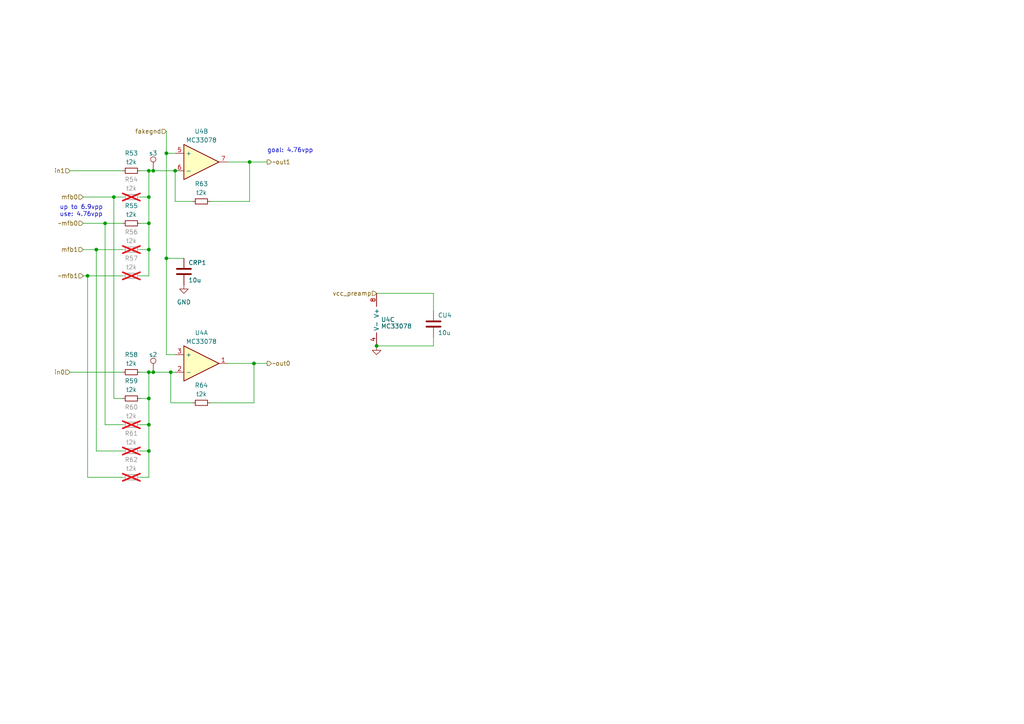
<source format=kicad_sch>
(kicad_sch (version 20231120) (generator "eeschema") (generator_version "8.0")
  (paper "A4")
  (lib_symbols
    (symbol "Connector:TestPoint" (pin_numbers hide) (pin_names (offset 0.762) hide)
      (property "Reference" "TP" (at 0 6.858 0))
      (property "Value" "TestPoint" (at 0 5.08 0))
      (symbol "TestPoint_0_1"
        (circle (center 0 3.302) (radius 0.762))
      )
      (symbol "TestPoint_1_1"
        (pin passive line (at 0 0 90) (length 2.54) (name "1") (number "1"))
      )
    )
    (symbol "Device:C" (pin_numbers hide) (pin_names (offset 0.254))
      (property "Reference" "C" (at 0.635 2.54 0))
      (property "Value" "C" (at 0.635 -2.54 0))
      (symbol "C_0_1"
        (polyline (pts (xy -2.032 -0.762) (xy 2.032 -0.762)) (stroke (width 0.508)))
        (polyline (pts (xy -2.032 0.762) (xy 2.032 0.762)) (stroke (width 0.508)))
      )
      (symbol "C_1_1"
        (pin passive line (at 0 3.81 270) (length 2.794) (name "~") (number "1"))
        (pin passive line (at 0 -3.81 90) (length 2.794) (name "~") (number "2"))
      )
    )
    (symbol "Device:Opamp_Dual"
      (property "Reference" "U" (at 0 5.08 0))
      (property "Value" "Opamp_Dual" (at 0 -5.08 0))
      (symbol "Opamp_Dual_1_1"
        (polyline (pts (xy -5.08 5.08) (xy 5.08 0) (xy -5.08 -5.08) (xy -5.08 5.08)) (stroke (width 0.254)) (fill (type background)))
        (pin output line (at 7.62 0 180) (length 2.54) (name "~") (number "1"))
        (pin input line (at -7.62 -2.54 0) (length 2.54) (name "-") (number "2"))
        (pin input line (at -7.62 2.54 0) (length 2.54) (name "+") (number "3"))
      )
      (symbol "Opamp_Dual_2_1"
        (polyline (pts (xy -5.08 5.08) (xy 5.08 0) (xy -5.08 -5.08) (xy -5.08 5.08)) (stroke (width 0.254)) (fill (type background)))
        (pin input line (at -7.62 2.54 0) (length 2.54) (name "+") (number "5"))
        (pin input line (at -7.62 -2.54 0) (length 2.54) (name "-") (number "6"))
        (pin output line (at 7.62 0 180) (length 2.54) (name "~") (number "7"))
      )
      (symbol "Opamp_Dual_3_1"
        (pin power_in line (at -2.54 -7.62 90) (length 3.81) (name "V-") (number "4"))
        (pin power_in line (at -2.54 7.62 270) (length 3.81) (name "V+") (number "8"))
      )
    )
    (symbol "Device:R_Small" (pin_numbers hide) (pin_names (offset 0.254) hide)
      (property "Reference" "R" (at 0.762 0.508 0))
      (property "Value" "R_Small" (at 0.762 -1.016 0))
      (symbol "R_Small_0_1"
        (rectangle (start -0.762 1.778) (end 0.762 -1.778) (stroke (width 0.2032)))
      )
      (symbol "R_Small_1_1"
        (pin passive line (at 0 2.54 270) (length 0.762) (name "~") (number "1"))
        (pin passive line (at 0 -2.54 90) (length 0.762) (name "~") (number "2"))
      )
    )
    (symbol "power:GND" (power) (pin_numbers hide) (pin_names (offset 0) hide)
      (property "Value" "GND" (at 0 -3.81 0))
      (symbol "GND_0_1"
        (polyline (pts (xy 0 0) (xy 0 -1.27) (xy 1.27 -1.27) (xy 0 -2.54) (xy -1.27 -1.27) (xy 0 -1.27)))
      )
      (symbol "GND_1_1"
        (pin power_in line (at 0 0 270) (length 0) (name "~") (number "1"))
      )
    )
  )
  (junction (at 44.45 49.53))
  (junction (at 44.45 107.95))
  (junction (at 27.94 72.39))
  (junction (at 48.26 44.45))
  (junction (at 30.48 64.77))
  (junction (at 48.26 74.93))
  (junction (at 49.53 107.95))
  (junction (at 43.18 57.15))
  (junction (at 43.18 123.19))
  (junction (at 43.18 107.95))
  (junction (at 43.18 115.57))
  (junction (at 50.8 49.53))
  (junction (at 25.4 80.01))
  (junction (at 33.02 57.15))
  (junction (at 43.18 49.53))
  (junction (at 72.39 46.99))
  (junction (at 109.22 100.33))
  (junction (at 43.18 130.81))
  (junction (at 73.66 105.41))
  (junction (at 43.18 72.39))
  (junction (at 43.18 64.77))
  (wire (pts (xy 43.18 49.53) (xy 44.45 49.53)))
  (wire (pts (xy 33.02 115.57) (xy 35.56 115.57)))
  (wire (pts (xy 27.94 130.81) (xy 35.56 130.81)))
  (wire (pts (xy 40.64 115.57) (xy 43.18 115.57)))
  (wire (pts (xy 33.02 57.15) (xy 33.02 115.57)))
  (wire (pts (xy 55.88 58.42) (xy 50.8 58.42)))
  (wire (pts (xy 60.96 116.84) (xy 73.66 116.84)))
  (wire (pts (xy 43.18 64.77) (xy 43.18 72.39)))
  (wire (pts (xy 125.73 97.79) (xy 125.73 100.33)))
  (wire (pts (xy 40.64 72.39) (xy 43.18 72.39)))
  (wire (pts (xy 44.45 107.95) (xy 49.53 107.95)))
  (wire (pts (xy 73.66 116.84) (xy 73.66 105.41)))
  (wire (pts (xy 20.32 49.53) (xy 35.56 49.53)))
  (wire (pts (xy 48.26 44.45) (xy 48.26 74.93)))
  (wire (pts (xy 43.18 107.95) (xy 43.18 115.57)))
  (wire (pts (xy 43.18 115.57) (xy 43.18 123.19)))
  (wire (pts (xy 40.64 80.01) (xy 43.18 80.01)))
  (wire (pts (xy 72.39 58.42) (xy 72.39 46.99)))
  (wire (pts (xy 73.66 105.41) (xy 66.04 105.41)))
  (wire (pts (xy 48.26 44.45) (xy 50.8 44.45)))
  (wire (pts (xy 40.64 123.19) (xy 43.18 123.19)))
  (wire (pts (xy 40.64 107.95) (xy 43.18 107.95)))
  (wire (pts (xy 44.45 49.53) (xy 50.8 49.53)))
  (wire (pts (xy 40.64 49.53) (xy 43.18 49.53)))
  (wire (pts (xy 20.32 107.95) (xy 35.56 107.95)))
  (wire (pts (xy 60.96 58.42) (xy 72.39 58.42)))
  (wire (pts (xy 40.64 57.15) (xy 43.18 57.15)))
  (wire (pts (xy 48.26 38.1) (xy 48.26 44.45)))
  (wire (pts (xy 40.64 138.43) (xy 43.18 138.43)))
  (wire (pts (xy 72.39 46.99) (xy 66.04 46.99)))
  (wire (pts (xy 25.4 138.43) (xy 35.56 138.43)))
  (wire (pts (xy 125.73 100.33) (xy 109.22 100.33)))
  (wire (pts (xy 125.73 85.09) (xy 109.22 85.09)))
  (wire (pts (xy 43.18 130.81) (xy 43.18 138.43)))
  (wire (pts (xy 24.13 72.39) (xy 27.94 72.39)))
  (wire (pts (xy 40.64 64.77) (xy 43.18 64.77)))
  (wire (pts (xy 48.26 74.93) (xy 48.26 102.87)))
  (wire (pts (xy 24.13 57.15) (xy 33.02 57.15)))
  (wire (pts (xy 24.13 80.01) (xy 25.4 80.01)))
  (wire (pts (xy 43.18 80.01) (xy 43.18 72.39)))
  (wire (pts (xy 72.39 46.99) (xy 77.47 46.99)))
  (wire (pts (xy 43.18 49.53) (xy 43.18 57.15)))
  (wire (pts (xy 55.88 116.84) (xy 49.53 116.84)))
  (wire (pts (xy 30.48 64.77) (xy 30.48 123.19)))
  (wire (pts (xy 50.8 58.42) (xy 50.8 49.53)))
  (wire (pts (xy 25.4 80.01) (xy 35.56 80.01)))
  (wire (pts (xy 30.48 64.77) (xy 35.56 64.77)))
  (wire (pts (xy 27.94 72.39) (xy 35.56 72.39)))
  (wire (pts (xy 125.73 90.17) (xy 125.73 85.09)))
  (wire (pts (xy 43.18 107.95) (xy 44.45 107.95)))
  (wire (pts (xy 48.26 74.93) (xy 53.34 74.93)))
  (wire (pts (xy 43.18 64.77) (xy 43.18 57.15)))
  (wire (pts (xy 27.94 72.39) (xy 27.94 130.81)))
  (wire (pts (xy 49.53 116.84) (xy 49.53 107.95)))
  (wire (pts (xy 43.18 123.19) (xy 43.18 130.81)))
  (wire (pts (xy 73.66 105.41) (xy 77.47 105.41)))
  (wire (pts (xy 40.64 130.81) (xy 43.18 130.81)))
  (wire (pts (xy 30.48 123.19) (xy 35.56 123.19)))
  (wire (pts (xy 48.26 102.87) (xy 50.8 102.87)))
  (wire (pts (xy 24.13 64.77) (xy 30.48 64.77)))
  (wire (pts (xy 49.53 107.95) (xy 50.8 107.95)))
  (wire (pts (xy 33.02 57.15) (xy 35.56 57.15)))
  (wire (pts (xy 25.4 80.01) (xy 25.4 138.43)))
  (text "goal: 4.76vpp" (at 77.47 44.45 0) (effects (font (size 1.27 1.27)) (justify left bottom)))
  (text "up to 6.9vpp\nuse: 4.76vpp" (at 17.272 62.992 0) (effects (font (size 1.27 1.27)) (justify left bottom)))
  (hierarchical_label "~mfb1" (shape input) (at 24.13 80.01 180))
  (hierarchical_label "in1" (shape input) (at 20.32 49.53 180))
  (hierarchical_label "~out1" (shape output) (at 77.47 46.99 0))
  (hierarchical_label "mfb0" (shape input) (at 24.13 57.15 180))
  (hierarchical_label "fakegnd" (shape input) (at 48.26 38.1 180))
  (hierarchical_label "in0" (shape input) (at 20.32 107.95 180))
  (hierarchical_label "~out0" (shape output) (at 77.47 105.41 0))
  (hierarchical_label "mfb1" (shape input) (at 24.13 72.39 180))
  (hierarchical_label "~mfb0" (shape input) (at 24.13 64.77 180))
  (hierarchical_label "vcc_preamp" (shape input) (at 109.22 85.09 180))
  (symbol (lib_id "Device:Opamp_Dual") (at 111.76 92.71 0) (unit 3)
    (property "Reference" "U4" (at 110.49 92.71 0) (effects (justify left)))
    (property "Value" "MC33078" (at 110.49 94.615 0) (effects (justify left)))
    (property "Footprint" "invendelirium_audio:SOIC-8" (effects (hide yes)))
    (property "PN" "MC33078" (effects (hide yes)))
    (instances (project "uberamp1" (path "" (reference "U4") (unit 3)) (path "" (reference "U6") (unit 3)) (path "" (reference "U1") (unit 3)) (path "" (reference "U5") (unit 3))))
  )
  (symbol (lib_id "Device:R_Small") (at 38.1 80.01 90) (unit 1) (dnp yes)
    (property "Reference" "R57" (at 38.1 74.93 90))
    (property "Value" "t2k" (at 38.1 77.47 90))
    (property "Footprint" "invendelirium_audio:R_0603" (effects (hide yes)))
    (property "PN" "RT0603DRD073K6L" (effects (hide yes)))
    (instances (project "uberamp1" (path "" (reference "R57") (unit 1)) (path "" (reference "R90") (unit 1)) (path "" (reference "R85") (unit 1)) (path "" (reference "R69") (unit 1))))
  )
  (symbol (lib_id "Device:R_Small") (at 38.1 72.39 90) (unit 1) (dnp yes)
    (property "Reference" "R56" (at 38.1 67.31 90))
    (property "Value" "t2k" (at 38.1 69.85 90))
    (property "Footprint" "invendelirium_audio:R_0603" (effects (hide yes)))
    (property "PN" "RT0603DRD073K6L" (effects (hide yes)))
    (instances (project "uberamp1" (path "" (reference "R56") (unit 1)) (path "" (reference "R89") (unit 1)) (path "" (reference "R84") (unit 1)) (path "" (reference "R68") (unit 1))))
  )
  (symbol (lib_id "power:GND") (at 109.22 100.33 0) (unit 1)
    (property "Reference" "#PWR070" (effects (hide yes)))
    (property "Value" "GND" (effects (hide yes)))
    (instances (project "uberamp1" (path "" (reference "#PWR070") (unit 1)) (path "" (reference "#PWR072") (unit 1)) (path "" (reference "#PWR02") (unit 1)) (path "" (reference "#PWR071") (unit 1))))
  )
  (symbol (lib_id "Device:C") (at 125.73 93.98 0) (unit 1)
    (property "Reference" "CU4" (at 127 91.44 0) (effects (justify left)))
    (property "Value" "10u" (at 127 96.52 0) (effects (justify left)))
    (property "Footprint" "invendelirium_audio:C_0603_larger" (effects (hide yes)))
    (property "Voltage" "16V" (effects (hide yes)))
    (instances (project "uberamp1" (path "" (reference "CU4") (unit 1)) (path "" (reference "CU6") (unit 1)) (path "" (reference "CU1") (unit 1)) (path "" (reference "CU5") (unit 1))))
  )
  (symbol (lib_id "Device:R_Small") (at 38.1 64.77 90) (unit 1)
    (property "Reference" "R55" (at 38.1 59.69 90))
    (property "Value" "t2k" (at 38.1 62.23 90))
    (property "Footprint" "invendelirium_audio:R_0603" (effects (hide yes)))
    (property "PN" "RT0603DRD073K6L" (effects (hide yes)))
    (instances (project "uberamp1" (path "" (reference "R55") (unit 1)) (path "" (reference "R88") (unit 1)) (path "" (reference "R3") (unit 1)) (path "" (reference "R67") (unit 1))))
  )
  (symbol (lib_id "Device:Opamp_Dual") (at 58.42 46.99 0) (unit 2)
    (property "Reference" "U4" (at 58.42 38.1 0))
    (property "Value" "MC33078" (at 58.42 40.64 0))
    (property "Footprint" "invendelirium_audio:SOIC-8" (effects (hide yes)))
    (property "PN" "MC33078" (effects (hide yes)))
    (instances (project "uberamp1" (path "" (reference "U4") (unit 2)) (path "" (reference "U6") (unit 2)) (path "" (reference "U1") (unit 2)) (path "" (reference "U5") (unit 2))))
  )
  (symbol (lib_id "Device:R_Small") (at 38.1 130.81 90) (unit 1) (dnp yes)
    (property "Reference" "R61" (at 38.1 125.73 90))
    (property "Value" "t2k" (at 38.1 128.27 90))
    (property "Footprint" "invendelirium_audio:R_0603" (effects (hide yes)))
    (property "PN" "RT0603DRD073K6L" (effects (hide yes)))
    (instances (project "uberamp1" (path "" (reference "R61") (unit 1)) (path "" (reference "R96") (unit 1)) (path "" (reference "R92") (unit 1)) (path "" (reference "R79") (unit 1))))
  )
  (symbol (lib_id "Device:R_Small") (at 38.1 138.43 90) (unit 1) (dnp yes)
    (property "Reference" "R62" (at 38.1 133.35 90))
    (property "Value" "t2k" (at 38.1 135.89 90))
    (property "Footprint" "invendelirium_audio:R_0603" (effects (hide yes)))
    (property "PN" "RT0603DRD073K6L" (effects (hide yes)))
    (instances (project "uberamp1" (path "" (reference "R62") (unit 1)) (path "" (reference "R97") (unit 1)) (path "" (reference "R93") (unit 1)) (path "" (reference "R81") (unit 1))))
  )
  (symbol (lib_id "Device:R_Small") (at 38.1 115.57 90) (unit 1)
    (property "Reference" "R59" (at 38.1 110.49 90))
    (property "Value" "t2k" (at 38.1 113.03 90))
    (property "Footprint" "invendelirium_audio:R_0603" (effects (hide yes)))
    (property "PN" "RT0603DRD073K6L" (effects (hide yes)))
    (instances (project "uberamp1" (path "" (reference "R59") (unit 1)) (path "" (reference "R94") (unit 1)) (path "" (reference "R76") (unit 1)) (path "" (reference "R77") (unit 1))))
  )
  (symbol (lib_id "Device:C") (at 53.34 78.74 0) (unit 1)
    (property "Reference" "CRP1" (at 54.61 76.2 0) (effects (justify left)))
    (property "Value" "10u" (at 54.61 81.28 0) (effects (justify left)))
    (property "Footprint" "invendelirium_audio:C_0603_larger" (effects (hide yes)))
    (property "Voltage" "16V" (effects (hide yes)))
    (instances (project "uberamp1" (path "" (reference "CRP1") (unit 1)) (path "" (reference "CRP3") (unit 1)) (path "" (reference "CRP0") (unit 1)) (path "" (reference "CRP2") (unit 1))))
  )
  (symbol (lib_id "Device:R_Small") (at 38.1 49.53 90) (unit 1)
    (property "Reference" "R53" (at 38.1 44.45 90))
    (property "Value" "t2k" (at 38.1 46.99 90))
    (property "Footprint" "invendelirium_audio:R_0603" (effects (hide yes)))
    (property "PN" "RT0603DRD073K6L" (effects (hide yes)))
    (instances (project "uberamp1" (path "" (reference "R53") (unit 1)) (path "" (reference "R86") (unit 1)) (path "" (reference "R4") (unit 1)) (path "" (reference "R65") (unit 1))))
  )
  (symbol (lib_id "Device:R_Small") (at 58.42 116.84 90) (unit 1)
    (property "Reference" "R64" (at 58.42 111.76 90))
    (property "Value" "t2k" (at 58.42 114.3 90))
    (property "Footprint" "invendelirium_audio:R_0603" (effects (hide yes)))
    (instances (project "uberamp1" (path "" (reference "R64") (unit 1)) (path "" (reference "R99") (unit 1)) (path "" (reference "R2") (unit 1)) (path "" (reference "R83") (unit 1))))
  )
  (symbol (lib_id "Device:R_Small") (at 38.1 57.15 90) (unit 1) (dnp yes)
    (property "Reference" "R54" (at 38.1 52.07 90))
    (property "Value" "t2k" (at 38.1 54.61 90))
    (property "Footprint" "invendelirium_audio:R_0603" (effects (hide yes)))
    (property "PN" "RT0603DRD073K6L" (effects (hide yes)))
    (instances (project "uberamp1" (path "" (reference "R54") (unit 1)) (path "" (reference "R87") (unit 1)) (path "" (reference "R5") (unit 1)) (path "" (reference "R66") (unit 1))))
  )
  (symbol (lib_id "Connector:TestPoint") (at 44.45 107.95 0) (unit 1) (in_bom no)
    (property "Reference" "s2" (at 43.18 102.87 0) (effects (justify left)))
    (property "Value" "sum0" (effects (hide yes)))
    (property "Footprint" "TestPoint:TestPoint_Pad_D1.5mm" (effects (hide yes)))
    (instances (project "uberamp1" (path "" (reference "s2") (unit 1)) (path "" (reference "s6") (unit 1)) (path "" (reference "s0") (unit 1)) (path "" (reference "s4") (unit 1))))
  )
  (symbol (lib_id "Device:R_Small") (at 58.42 58.42 90) (unit 1)
    (property "Reference" "R63" (at 58.42 53.34 90))
    (property "Value" "t2k" (at 58.42 55.88 90))
    (property "Footprint" "invendelirium_audio:R_0603" (effects (hide yes)))
    (instances (project "uberamp1" (path "" (reference "R63") (unit 1)) (path "" (reference "R98") (unit 1)) (path "" (reference "R6") (unit 1)) (path "" (reference "R82") (unit 1))))
  )
  (symbol (lib_id "Device:Opamp_Dual") (at 58.42 105.41 0) (unit 1)
    (property "Reference" "U4" (at 58.42 96.52 0))
    (property "Value" "MC33078" (at 58.42 99.06 0))
    (property "Footprint" "invendelirium_audio:SOIC-8" (effects (hide yes)))
    (property "PN" "MC33078" (effects (hide yes)))
    (instances (project "uberamp1" (path "" (reference "U4") (unit 1)) (path "" (reference "U6") (unit 1)) (path "" (reference "U1") (unit 1)) (path "" (reference "U5") (unit 1))))
  )
  (symbol (lib_id "Connector:TestPoint") (at 44.45 49.53 0) (unit 1) (in_bom no)
    (property "Reference" "s3" (at 43.18 44.45 0) (effects (justify left)))
    (property "Value" "sum0" (effects (hide yes)))
    (property "Footprint" "TestPoint:TestPoint_Pad_D1.5mm" (effects (hide yes)))
    (instances (project "uberamp1" (path "" (reference "s3") (unit 1)) (path "" (reference "s7") (unit 1)) (path "" (reference "s1") (unit 1)) (path "" (reference "s5") (unit 1))))
  )
  (symbol (lib_id "Device:R_Small") (at 38.1 123.19 90) (unit 1) (dnp yes)
    (property "Reference" "R60" (at 38.1 118.11 90))
    (property "Value" "t2k" (at 38.1 120.65 90))
    (property "Footprint" "invendelirium_audio:R_0603" (effects (hide yes)))
    (property "PN" "RT0603DRD073K6L" (effects (hide yes)))
    (instances (project "uberamp1" (path "" (reference "R60") (unit 1)) (path "" (reference "R95") (unit 1)) (path "" (reference "R80") (unit 1)) (path "" (reference "R78") (unit 1))))
  )
  (symbol (lib_id "Device:R_Small") (at 38.1 107.95 90) (unit 1)
    (property "Reference" "R58" (at 38.1 102.87 90))
    (property "Value" "t2k" (at 38.1 105.41 90))
    (property "Footprint" "invendelirium_audio:R_0603" (effects (hide yes)))
    (property "PN" "RT0603DRD073K6L" (effects (hide yes)))
    (instances (project "uberamp1" (path "" (reference "R58") (unit 1)) (path "" (reference "R91") (unit 1)) (path "" (reference "R1") (unit 1)) (path "" (reference "R70") (unit 1))))
  )
  (symbol (lib_id "power:GND") (at 53.34 82.55 0) (unit 1)
    (property "Reference" "#PWR079" (effects (hide yes)))
    (property "Value" "GND" (at 53.34 87.63 0))
    (instances (project "uberamp1" (path "" (reference "#PWR079") (unit 1)) (path "" (reference "#PWR081") (unit 1)) (path "" (reference "#PWR078") (unit 1)) (path "" (reference "#PWR080") (unit 1))))
  )
)
</source>
